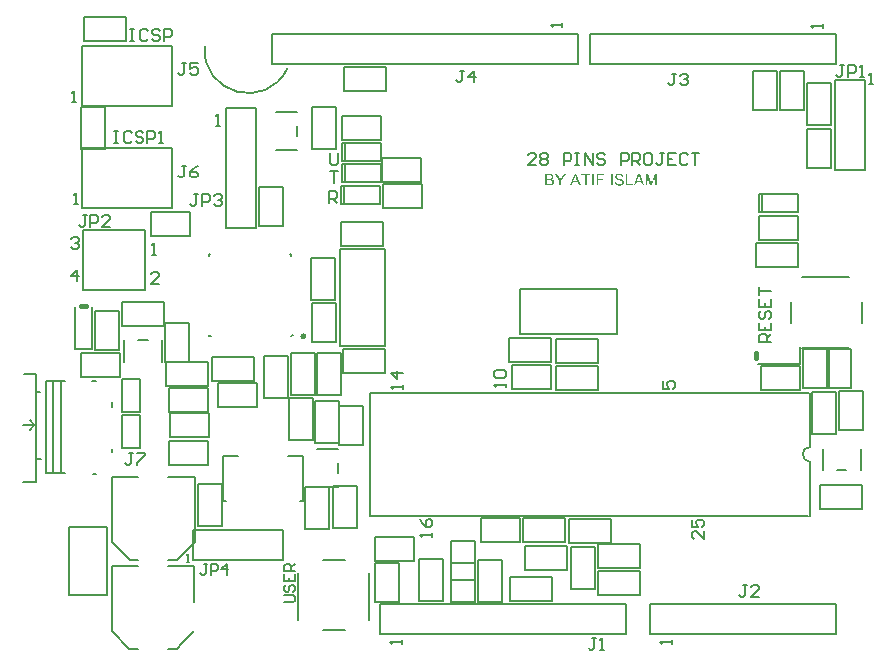
<source format=gto>
G04*
G04 #@! TF.GenerationSoftware,Altium Limited,Altium Designer,22.1.2 (22)*
G04*
G04 Layer_Color=65535*
%FSLAX44Y44*%
%MOMM*%
G71*
G04*
G04 #@! TF.SameCoordinates,1F279A6F-825B-41A2-8EC7-F4161A23EE25*
G04*
G04*
G04 #@! TF.FilePolarity,Positive*
G04*
G01*
G75*
%ADD10C,0.2000*%
%ADD11C,0.5000*%
%ADD12C,0.4000*%
G36*
X466845Y402660D02*
X466944D01*
X467212Y402632D01*
X467508Y402590D01*
X467818Y402519D01*
X468156Y402435D01*
X468466Y402322D01*
X468480D01*
X468509Y402308D01*
X468551Y402280D01*
X468607Y402251D01*
X468748Y402181D01*
X468932Y402054D01*
X469143Y401913D01*
X469354Y401730D01*
X469552Y401518D01*
X469735Y401279D01*
Y401265D01*
X469749Y401250D01*
X469777Y401208D01*
X469805Y401166D01*
X469876Y401025D01*
X469961Y400842D01*
X470059Y400616D01*
X470130Y400348D01*
X470200Y400066D01*
X470228Y399756D01*
X468988Y399658D01*
Y399672D01*
Y399700D01*
X468974Y399742D01*
X468960Y399813D01*
X468917Y399968D01*
X468861Y400179D01*
X468776Y400405D01*
X468649Y400630D01*
X468494Y400842D01*
X468297Y401039D01*
X468269Y401053D01*
X468198Y401110D01*
X468058Y401194D01*
X467874Y401279D01*
X467635Y401363D01*
X467353Y401448D01*
X467000Y401504D01*
X466605Y401518D01*
X466408D01*
X466324Y401504D01*
X466211Y401490D01*
X465957Y401462D01*
X465675Y401405D01*
X465393Y401335D01*
X465125Y401222D01*
X465013Y401152D01*
X464900Y401081D01*
X464871Y401067D01*
X464815Y401011D01*
X464731Y400912D01*
X464646Y400799D01*
X464547Y400644D01*
X464463Y400475D01*
X464406Y400278D01*
X464378Y400052D01*
Y400024D01*
Y399968D01*
X464392Y399869D01*
X464420Y399756D01*
X464463Y399615D01*
X464533Y399474D01*
X464618Y399333D01*
X464745Y399192D01*
X464759Y399178D01*
X464829Y399136D01*
X464886Y399094D01*
X464942Y399065D01*
X465027Y399023D01*
X465125Y398967D01*
X465252Y398924D01*
X465393Y398868D01*
X465548Y398812D01*
X465732Y398741D01*
X465929Y398685D01*
X466154Y398614D01*
X466408Y398558D01*
X466690Y398488D01*
X466704D01*
X466760Y398473D01*
X466845Y398459D01*
X466944Y398431D01*
X467071Y398403D01*
X467226Y398361D01*
X467381Y398318D01*
X467550Y398276D01*
X467916Y398177D01*
X468269Y398079D01*
X468438Y398022D01*
X468593Y397966D01*
X468734Y397924D01*
X468847Y397867D01*
X468861D01*
X468889Y397853D01*
X468932Y397825D01*
X468988Y397797D01*
X469143Y397712D01*
X469326Y397599D01*
X469538Y397444D01*
X469749Y397275D01*
X469947Y397078D01*
X470116Y396866D01*
X470130Y396838D01*
X470186Y396768D01*
X470243Y396641D01*
X470327Y396472D01*
X470398Y396274D01*
X470468Y396035D01*
X470510Y395767D01*
X470524Y395485D01*
Y395471D01*
Y395457D01*
Y395414D01*
Y395358D01*
X470496Y395203D01*
X470468Y395005D01*
X470412Y394780D01*
X470341Y394540D01*
X470228Y394287D01*
X470073Y394019D01*
Y394005D01*
X470059Y393991D01*
X469989Y393906D01*
X469890Y393779D01*
X469749Y393638D01*
X469566Y393469D01*
X469340Y393286D01*
X469086Y393116D01*
X468791Y392961D01*
X468776D01*
X468748Y392947D01*
X468706Y392933D01*
X468649Y392905D01*
X468565Y392877D01*
X468466Y392835D01*
X468241Y392778D01*
X467973Y392708D01*
X467649Y392637D01*
X467296Y392595D01*
X466916Y392581D01*
X466690D01*
X466577Y392595D01*
X466450D01*
X466309Y392609D01*
X466140Y392623D01*
X465788Y392679D01*
X465421Y392736D01*
X465055Y392835D01*
X464702Y392961D01*
X464688D01*
X464660Y392976D01*
X464618Y393004D01*
X464561Y393032D01*
X464392Y393116D01*
X464195Y393243D01*
X463969Y393413D01*
X463730Y393610D01*
X463504Y393850D01*
X463293Y394117D01*
Y394132D01*
X463265Y394160D01*
X463250Y394202D01*
X463208Y394258D01*
X463180Y394329D01*
X463138Y394413D01*
X463039Y394625D01*
X462940Y394893D01*
X462856Y395189D01*
X462799Y395527D01*
X462771Y395880D01*
X463983Y395992D01*
Y395978D01*
Y395964D01*
X463997Y395922D01*
Y395865D01*
X464026Y395739D01*
X464068Y395555D01*
X464124Y395372D01*
X464181Y395161D01*
X464280Y394963D01*
X464378Y394780D01*
X464392Y394766D01*
X464435Y394710D01*
X464505Y394611D01*
X464618Y394512D01*
X464759Y394385D01*
X464914Y394258D01*
X465125Y394132D01*
X465351Y394019D01*
X465365D01*
X465379Y394005D01*
X465421Y393991D01*
X465464Y393976D01*
X465605Y393934D01*
X465788Y393878D01*
X466013Y393821D01*
X466267Y393779D01*
X466549Y393751D01*
X466859Y393737D01*
X466986D01*
X467127Y393751D01*
X467296Y393765D01*
X467494Y393793D01*
X467719Y393821D01*
X467945Y393878D01*
X468156Y393948D01*
X468184Y393962D01*
X468255Y393991D01*
X468354Y394047D01*
X468480Y394103D01*
X468607Y394202D01*
X468748Y394301D01*
X468889Y394413D01*
X469002Y394554D01*
X469016Y394568D01*
X469044Y394625D01*
X469086Y394695D01*
X469143Y394808D01*
X469199Y394921D01*
X469242Y395062D01*
X469270Y395217D01*
X469284Y395386D01*
Y395400D01*
Y395471D01*
X469270Y395555D01*
X469256Y395668D01*
X469213Y395781D01*
X469171Y395922D01*
X469101Y396063D01*
X469002Y396190D01*
X468988Y396204D01*
X468946Y396246D01*
X468889Y396302D01*
X468791Y396387D01*
X468678Y396472D01*
X468523Y396570D01*
X468339Y396669D01*
X468128Y396754D01*
X468114Y396768D01*
X468043Y396782D01*
X467931Y396824D01*
X467860Y396838D01*
X467761Y396866D01*
X467663Y396909D01*
X467536Y396937D01*
X467395Y396979D01*
X467226Y397021D01*
X467057Y397064D01*
X466859Y397120D01*
X466634Y397176D01*
X466394Y397233D01*
X466380D01*
X466338Y397247D01*
X466267Y397261D01*
X466183Y397289D01*
X466070Y397317D01*
X465943Y397346D01*
X465661Y397430D01*
X465351Y397529D01*
X465027Y397628D01*
X464745Y397726D01*
X464618Y397783D01*
X464505Y397839D01*
X464491D01*
X464477Y397853D01*
X464392Y397910D01*
X464265Y397980D01*
X464124Y398093D01*
X463955Y398220D01*
X463786Y398375D01*
X463617Y398558D01*
X463476Y398755D01*
X463462Y398783D01*
X463419Y398854D01*
X463363Y398967D01*
X463307Y399108D01*
X463250Y399291D01*
X463194Y399502D01*
X463152Y399728D01*
X463138Y399968D01*
Y399982D01*
Y399996D01*
Y400038D01*
Y400094D01*
X463166Y400235D01*
X463194Y400419D01*
X463236Y400630D01*
X463307Y400870D01*
X463405Y401110D01*
X463546Y401349D01*
Y401363D01*
X463560Y401377D01*
X463631Y401462D01*
X463730Y401575D01*
X463857Y401716D01*
X464026Y401871D01*
X464237Y402040D01*
X464491Y402195D01*
X464773Y402336D01*
X464787D01*
X464815Y402350D01*
X464857Y402364D01*
X464914Y402392D01*
X464984Y402421D01*
X465083Y402449D01*
X465294Y402505D01*
X465562Y402561D01*
X465872Y402618D01*
X466197Y402660D01*
X466563Y402674D01*
X466746D01*
X466845Y402660D01*
D02*
G37*
G36*
X417224Y396880D02*
Y392750D01*
X415927D01*
Y396880D01*
X412163Y402505D01*
X413728D01*
X415645Y399545D01*
Y399531D01*
X415673Y399502D01*
X415701Y399460D01*
X415729Y399404D01*
X415786Y399333D01*
X415842Y399249D01*
X415969Y399037D01*
X416124Y398783D01*
X416293Y398502D01*
X416477Y398205D01*
X416646Y397895D01*
Y397910D01*
X416660Y397938D01*
X416688Y397980D01*
X416730Y398036D01*
X416773Y398107D01*
X416829Y398191D01*
X416956Y398403D01*
X417111Y398657D01*
X417294Y398953D01*
X417506Y399277D01*
X417731Y399629D01*
X419606Y402505D01*
X421114D01*
X417224Y396880D01*
D02*
G37*
G36*
X498239Y392750D02*
X496999D01*
Y400912D01*
X494151Y392750D01*
X492995D01*
X490176Y401053D01*
Y392750D01*
X488935D01*
Y402505D01*
X490866D01*
X493178Y395583D01*
Y395569D01*
X493192Y395541D01*
X493206Y395499D01*
X493235Y395428D01*
X493291Y395259D01*
X493362Y395048D01*
X493432Y394808D01*
X493517Y394568D01*
X493587Y394343D01*
X493643Y394146D01*
X493658Y394174D01*
X493672Y394244D01*
X493714Y394371D01*
X493770Y394540D01*
X493841Y394766D01*
X493940Y395034D01*
X494038Y395344D01*
X494165Y395710D01*
X496505Y402505D01*
X498239D01*
Y392750D01*
D02*
G37*
G36*
X487934D02*
X486468D01*
X485326Y395710D01*
X481238D01*
X480181Y392750D01*
X478814D01*
X482535Y402505D01*
X483945D01*
X487934Y392750D01*
D02*
G37*
G36*
X473541Y393906D02*
X478348D01*
Y392750D01*
X472244D01*
Y402505D01*
X473541D01*
Y393906D01*
D02*
G37*
G36*
X460924Y392750D02*
X459627D01*
Y402505D01*
X460924D01*
Y392750D01*
D02*
G37*
G36*
X453946Y401349D02*
X448646D01*
Y398332D01*
X453227D01*
Y397176D01*
X448646D01*
Y392750D01*
X447349D01*
Y402505D01*
X453946D01*
Y401349D01*
D02*
G37*
G36*
X445009Y392750D02*
X443712D01*
Y402505D01*
X445009D01*
Y392750D01*
D02*
G37*
G36*
X442161Y401349D02*
X438947D01*
Y392750D01*
X437650D01*
Y401349D01*
X434436D01*
Y402505D01*
X442161D01*
Y401349D01*
D02*
G37*
G36*
X434126Y392750D02*
X432660D01*
X431518Y395710D01*
X427430D01*
X426373Y392750D01*
X425005D01*
X428727Y402505D01*
X430136D01*
X434126Y392750D01*
D02*
G37*
G36*
X407976Y402491D02*
X408089D01*
X408343Y402463D01*
X408624Y402435D01*
X408921Y402378D01*
X409217Y402308D01*
X409484Y402209D01*
X409498D01*
X409513Y402195D01*
X409597Y402153D01*
X409724Y402082D01*
X409865Y401983D01*
X410034Y401857D01*
X410218Y401702D01*
X410387Y401504D01*
X410542Y401293D01*
X410556Y401265D01*
X410598Y401180D01*
X410669Y401067D01*
X410739Y400898D01*
X410810Y400701D01*
X410880Y400489D01*
X410922Y400250D01*
X410936Y400010D01*
Y399982D01*
Y399911D01*
X410922Y399784D01*
X410894Y399629D01*
X410852Y399446D01*
X410781Y399249D01*
X410697Y399051D01*
X410584Y398840D01*
X410570Y398812D01*
X410528Y398755D01*
X410443Y398643D01*
X410330Y398530D01*
X410189Y398389D01*
X410020Y398234D01*
X409809Y398093D01*
X409569Y397952D01*
X409583D01*
X409611Y397938D01*
X409654Y397924D01*
X409710Y397895D01*
X409879Y397839D01*
X410076Y397740D01*
X410288Y397613D01*
X410528Y397458D01*
X410739Y397275D01*
X410936Y397050D01*
X410951Y397021D01*
X411007Y396937D01*
X411091Y396810D01*
X411176Y396641D01*
X411261Y396415D01*
X411345Y396176D01*
X411402Y395894D01*
X411416Y395583D01*
Y395569D01*
Y395555D01*
Y395471D01*
X411402Y395330D01*
X411373Y395161D01*
X411345Y394963D01*
X411289Y394752D01*
X411218Y394526D01*
X411120Y394301D01*
X411106Y394272D01*
X411063Y394202D01*
X411007Y394103D01*
X410922Y393962D01*
X410810Y393821D01*
X410697Y393666D01*
X410556Y393511D01*
X410401Y393384D01*
X410387Y393370D01*
X410330Y393328D01*
X410232Y393272D01*
X410105Y393215D01*
X409950Y393131D01*
X409766Y393046D01*
X409569Y392976D01*
X409329Y392905D01*
X409301D01*
X409217Y392877D01*
X409076Y392863D01*
X408892Y392835D01*
X408667Y392806D01*
X408399Y392778D01*
X408103Y392764D01*
X407765Y392750D01*
X404043D01*
Y402505D01*
X407877D01*
X407976Y402491D01*
D02*
G37*
%LPC*%
G36*
X483212Y401490D02*
Y401476D01*
X483198Y401448D01*
Y401391D01*
X483169Y401335D01*
X483155Y401236D01*
X483127Y401138D01*
X483071Y400898D01*
X483000Y400616D01*
X482902Y400306D01*
X482803Y399968D01*
X482676Y399615D01*
X481619Y396768D01*
X484917D01*
X483903Y399446D01*
Y399460D01*
X483888Y399502D01*
X483860Y399573D01*
X483832Y399658D01*
X483790Y399756D01*
X483747Y399883D01*
X483705Y400024D01*
X483649Y400165D01*
X483536Y400489D01*
X483423Y400828D01*
X483310Y401166D01*
X483212Y401490D01*
D02*
G37*
G36*
X429403D02*
Y401476D01*
X429389Y401448D01*
Y401391D01*
X429361Y401335D01*
X429347Y401236D01*
X429319Y401138D01*
X429263Y400898D01*
X429192Y400616D01*
X429093Y400306D01*
X428995Y399968D01*
X428868Y399615D01*
X427811Y396768D01*
X431109D01*
X430094Y399446D01*
Y399460D01*
X430080Y399502D01*
X430052Y399573D01*
X430024Y399658D01*
X429981Y399756D01*
X429939Y399883D01*
X429897Y400024D01*
X429841Y400165D01*
X429728Y400489D01*
X429615Y400828D01*
X429502Y401166D01*
X429403Y401490D01*
D02*
G37*
G36*
X407652Y401349D02*
X405340D01*
Y398417D01*
X407736D01*
X407920Y398431D01*
X408117Y398445D01*
X408314Y398459D01*
X408512Y398488D01*
X408667Y398516D01*
X408695Y398530D01*
X408751Y398544D01*
X408836Y398586D01*
X408949Y398643D01*
X409062Y398699D01*
X409188Y398783D01*
X409315Y398896D01*
X409414Y399009D01*
X409428Y399023D01*
X409456Y399065D01*
X409498Y399150D01*
X409541Y399249D01*
X409583Y399361D01*
X409625Y399502D01*
X409654Y399672D01*
X409668Y399855D01*
Y399883D01*
Y399939D01*
X409654Y400024D01*
X409640Y400137D01*
X409611Y400278D01*
X409569Y400419D01*
X409513Y400560D01*
X409428Y400701D01*
X409414Y400715D01*
X409386Y400757D01*
X409329Y400828D01*
X409259Y400898D01*
X409160Y400983D01*
X409047Y401067D01*
X408906Y401152D01*
X408751Y401208D01*
X408737D01*
X408667Y401236D01*
X408568Y401250D01*
X408413Y401279D01*
X408202Y401307D01*
X407962Y401321D01*
X407652Y401349D01*
D02*
G37*
G36*
X407906Y397261D02*
X405340D01*
Y393906D01*
X408117D01*
X408413Y393920D01*
X408540Y393934D01*
X408653Y393948D01*
X408667D01*
X408723Y393962D01*
X408808Y393976D01*
X408906Y394005D01*
X409146Y394089D01*
X409386Y394202D01*
X409400Y394216D01*
X409442Y394244D01*
X409498Y394287D01*
X409569Y394343D01*
X409640Y394427D01*
X409738Y394512D01*
X409809Y394625D01*
X409893Y394752D01*
X409907Y394766D01*
X409921Y394808D01*
X409950Y394893D01*
X409992Y394991D01*
X410034Y395104D01*
X410062Y395245D01*
X410076Y395414D01*
X410091Y395583D01*
Y395612D01*
Y395668D01*
X410076Y395781D01*
X410048Y395908D01*
X410020Y396049D01*
X409964Y396204D01*
X409893Y396359D01*
X409795Y396514D01*
X409781Y396528D01*
X409738Y396584D01*
X409682Y396655D01*
X409597Y396739D01*
X409484Y396838D01*
X409343Y396937D01*
X409188Y397021D01*
X409005Y397092D01*
X408977Y397106D01*
X408921Y397120D01*
X408794Y397148D01*
X408639Y397176D01*
X408441Y397205D01*
X408202Y397233D01*
X407906Y397261D01*
D02*
G37*
%LPD*%
D10*
X628300Y171450D02*
G03*
X628300Y158750I0J-6350D01*
G01*
X115478Y510402D02*
G03*
X185514Y491494I36922J-2402D01*
G01*
X106750Y40000D02*
Y70500D01*
X84250D02*
X106750D01*
X104250Y13000D02*
X106750Y15500D01*
X36750Y15500D02*
Y35500D01*
Y15500D02*
Y68000D01*
Y70500D01*
X59250D01*
X84250Y500D02*
X91750D01*
X96750Y5500D01*
X104250Y13000D01*
X54250Y500D02*
X59250D01*
X51750D02*
X54250D01*
X36750Y15500D02*
X51750Y500D01*
X619808Y242000D02*
Y255750D01*
X583808Y242000D02*
X619808D01*
X612000Y276500D02*
Y294500D01*
X621000Y255500D02*
X661000D01*
X621000Y315500D02*
X661000D01*
X672000Y276500D02*
Y294500D01*
X659080Y254010D02*
X660350D01*
X662890D01*
X643840D02*
X648920D01*
X161840Y358490D02*
X182160D01*
X161840D02*
Y391510D01*
X182160D01*
Y358490D02*
Y391510D01*
X265740Y395840D02*
X298760D01*
Y416160D01*
X265740D02*
X298760D01*
X265740Y395840D02*
Y416160D01*
X266490Y374090D02*
Y394410D01*
X299510D01*
Y374090D02*
Y394410D01*
X266490Y374090D02*
X299510D01*
X81840Y243490D02*
Y276510D01*
Y243490D02*
X102160D01*
Y276510D01*
X81840D02*
X102160D01*
X103510Y349840D02*
Y370160D01*
X70490Y349840D02*
X103510D01*
X70490D02*
Y370160D01*
X103510D01*
X85490Y201340D02*
X118510D01*
Y221660D01*
X85490D02*
X118510D01*
X85490Y201340D02*
Y221660D01*
X85990Y179590D02*
Y199910D01*
X119010D01*
Y179590D02*
Y199910D01*
X85990Y179590D02*
X119010D01*
X85490Y156340D02*
X118510D01*
Y176660D01*
X85490D02*
X118510D01*
X85490Y156340D02*
Y176660D01*
X206840Y260490D02*
X227160D01*
X206840D02*
Y293510D01*
X227160D01*
Y260490D02*
Y293510D01*
X623160Y456990D02*
Y490010D01*
X602840D02*
X623160D01*
X602840Y456990D02*
Y490010D01*
Y456990D02*
X623160D01*
X579840D02*
X600160D01*
X579840D02*
Y490010D01*
X600160D01*
Y456990D02*
Y490010D01*
X646160Y407490D02*
Y440510D01*
X625840D02*
X646160D01*
X625840Y407490D02*
Y440510D01*
Y407490D02*
X646160D01*
X382510Y90840D02*
Y111160D01*
X349490Y90840D02*
X382510D01*
X349490D02*
Y111160D01*
X382510D01*
X586990Y240160D02*
X620010D01*
X586990Y219840D02*
Y240160D01*
Y219840D02*
X620010D01*
Y240160D01*
X264510Y431090D02*
Y451410D01*
X231490Y431090D02*
X264510D01*
X231490D02*
Y451410D01*
X264510D01*
X375490Y241160D02*
X408510D01*
X375490Y220840D02*
Y241160D01*
Y220840D02*
X408510D01*
Y241160D01*
X617880Y346964D02*
Y367284D01*
X584860Y346964D02*
X617880D01*
X584860D02*
Y367284D01*
X617880D01*
X673160Y185990D02*
Y219010D01*
X652840D02*
X673160D01*
X652840Y185990D02*
Y219010D01*
Y185990D02*
X673160D01*
X22840Y286510D02*
X43160D01*
Y253490D02*
Y286510D01*
X22840Y253490D02*
X43160D01*
X22840D02*
Y286510D01*
X662890Y220990D02*
Y254010D01*
X648920D02*
X659080D01*
X643840Y220990D02*
Y254010D01*
Y220990D02*
X662890D01*
X259840Y39990D02*
X280160D01*
X259840D02*
Y73010D01*
X280160D01*
Y39990D02*
Y73010D01*
X249660Y172990D02*
Y206010D01*
X229340D02*
X249660D01*
X229340Y172990D02*
Y206010D01*
Y172990D02*
X249660D01*
X10490Y230840D02*
Y251160D01*
X43510D01*
Y230840D02*
Y251160D01*
X10490Y230840D02*
X43510D01*
X259490Y95160D02*
X292510D01*
X259490Y74840D02*
Y95160D01*
Y74840D02*
X292510D01*
Y95160D01*
X126490Y204840D02*
Y225160D01*
X159510D01*
Y204840D02*
Y225160D01*
X126490Y204840D02*
X159510D01*
X323840Y58990D02*
Y92010D01*
Y58990D02*
X344160D01*
Y92010D01*
X323840D02*
X344160D01*
X323840Y73010D02*
X344160D01*
Y39990D02*
Y73010D01*
X323840Y39990D02*
X344160D01*
X323840D02*
Y73010D01*
X621840Y220990D02*
Y254010D01*
Y220990D02*
X642160D01*
Y254010D01*
X621840D02*
X642160D01*
X20000Y254000D02*
Y290000D01*
X6000Y254000D02*
X20000D01*
X6000D02*
Y290000D01*
X216000Y16000D02*
X234000D01*
X255000Y25000D02*
Y65000D01*
X195000Y25000D02*
Y65000D01*
X216000Y76000D02*
X234000D01*
X105600Y75300D02*
Y88000D01*
Y100700D01*
X181800Y75300D02*
Y81650D01*
Y94350D02*
Y100700D01*
Y81650D02*
Y94350D01*
X105600Y100700D02*
X181800D01*
X105600Y75300D02*
X181800D01*
X133300Y357100D02*
X139650D01*
X152350D02*
X158700D01*
X139650D02*
X152350D01*
X143460Y458700D02*
X158700D01*
Y357100D02*
Y458700D01*
X133300Y357100D02*
Y458700D01*
X143460D01*
X12700Y303900D02*
X64770D01*
X12700Y354700D02*
X64770D01*
Y322950D02*
Y335650D01*
X12700Y316600D02*
Y342000D01*
X64770D02*
Y354700D01*
Y303900D02*
Y316600D01*
Y335650D02*
Y342000D01*
Y316600D02*
Y322950D01*
X12700Y342000D02*
Y354700D01*
Y303900D02*
Y316600D01*
X649300Y405500D02*
Y481700D01*
X674700Y405500D02*
Y481700D01*
X655650Y405500D02*
X668350D01*
X674700D01*
X649300D02*
X655650D01*
X662000Y481700D02*
X674700D01*
X649300D02*
X662000D01*
X-27630Y142000D02*
Y233000D01*
X-37630D02*
X-27630D01*
X-38630Y142000D02*
X-27630D01*
X-32630Y186000D02*
X-28630Y190000D01*
X-32630Y194000D02*
X-28630Y190000D01*
X-38630D02*
X-28630D01*
X-27630Y161000D02*
X-22630D01*
X-27630Y218000D02*
X-23630D01*
X-5880Y149000D02*
Y221000D01*
Y226750D01*
X37370Y167000D02*
Y170000D01*
Y205000D02*
Y209000D01*
X20370Y227000D02*
X23370D01*
X21000Y148750D02*
X24000D01*
X-18630Y227000D02*
X-2630D01*
X-18630Y149000D02*
Y227000D01*
Y149000D02*
X-2630D01*
X-12630Y224000D02*
Y226000D01*
Y149000D02*
Y226000D01*
X87630Y373380D02*
Y424180D01*
X11430D02*
X87630D01*
X11430Y373380D02*
X87630D01*
X11430D02*
Y424180D01*
X10840Y458780D02*
X31160D01*
Y423220D02*
Y458780D01*
X10840Y423220D02*
Y458780D01*
Y423220D02*
X31160D01*
X87630Y459740D02*
Y510540D01*
X11430D02*
X87630D01*
X11430Y459740D02*
X87630D01*
X11430D02*
Y510540D01*
X431800Y508000D02*
Y520700D01*
X172720D02*
X431800D01*
X172720Y495300D02*
Y520700D01*
Y495300D02*
X431800D01*
Y508000D01*
X650240D02*
Y520700D01*
X441960D02*
X650240D01*
X441960Y495300D02*
X650240D01*
Y508000D01*
X441960Y514350D02*
Y520700D01*
Y495300D02*
Y501650D01*
Y514350D01*
X264160Y12700D02*
Y25400D01*
Y12700D02*
X472440D01*
X264160Y38100D02*
X472440D01*
X264160Y25400D02*
Y38100D01*
X472440Y12700D02*
Y19050D01*
Y31750D02*
Y38100D01*
Y19050D02*
Y31750D01*
X650240Y12700D02*
Y19050D01*
Y31750D02*
Y38100D01*
Y19050D02*
Y31750D01*
X492760Y12700D02*
Y25400D01*
Y12700D02*
X650240D01*
X492760Y38100D02*
X650240D01*
X492760Y25400D02*
Y38100D01*
X671000Y152000D02*
Y170000D01*
X639000Y152000D02*
Y170000D01*
X651000Y152000D02*
X659000D01*
X210500Y169500D02*
X228500D01*
X210500Y137500D02*
X228500D01*
Y149500D02*
Y157500D01*
X465000Y267000D02*
Y305000D01*
X383000Y267000D02*
X465000D01*
X383000Y305000D02*
X465000D01*
X383000Y267000D02*
Y305000D01*
X230000Y257000D02*
X268000D01*
X230000D02*
Y339000D01*
X268000Y257000D02*
Y339000D01*
X230000D02*
X268000D01*
X60620Y201030D02*
Y228970D01*
X45380Y201030D02*
X60620D01*
X45380D02*
Y228970D01*
X60620D01*
X45380Y170530D02*
Y198470D01*
X60620D01*
Y170530D02*
Y198470D01*
X45380Y170530D02*
X60620D01*
X255500Y217100D02*
X627500Y217100D01*
X255500Y113100D02*
Y217100D01*
Y113100D02*
X626500Y113100D01*
X628300Y171450D02*
Y217100D01*
Y113100D02*
Y158750D01*
X189000Y265000D02*
X190000Y266000D01*
X119000Y265000D02*
X121000D01*
X119000D02*
Y266000D01*
Y333000D02*
Y335000D01*
X120000D01*
X189000Y333000D02*
Y335000D01*
X188000D02*
X189000D01*
X131000Y126000D02*
Y164000D01*
X144000D01*
X186000D02*
X199000D01*
Y126000D02*
Y164000D01*
X196000Y126000D02*
X199000D01*
X131000D02*
X134000D01*
X176000Y455000D02*
X194000D01*
X176000Y423000D02*
X194000D01*
Y435000D02*
Y443000D01*
X47500Y243500D02*
Y261500D01*
X79500Y243500D02*
Y261500D01*
X59500D02*
X67500D01*
X232220Y395380D02*
X234760D01*
X232220Y410620D02*
X234760D01*
X232220Y395380D02*
Y410620D01*
X265240Y395380D02*
Y410620D01*
X234760D02*
X265240D01*
X234760Y395380D02*
Y410620D01*
Y395380D02*
X265240D01*
X231220Y377380D02*
X233760D01*
X231220Y392620D02*
X233760D01*
X231220Y377380D02*
Y392620D01*
X264240Y377380D02*
Y392620D01*
X233760D02*
X264240D01*
X233760Y377380D02*
Y392620D01*
Y377380D02*
X264240D01*
X186840Y177220D02*
X207160D01*
X186840D02*
Y212780D01*
X207160Y177220D02*
Y212780D01*
X186840D02*
X207160D01*
X484280Y45840D02*
Y66160D01*
X448720Y45840D02*
X484280D01*
X448720Y66160D02*
X484280D01*
X448720Y45840D02*
Y66160D01*
X425840Y86280D02*
X446160D01*
Y50720D02*
Y86280D01*
X425840Y50720D02*
Y86280D01*
Y50720D02*
X446160D01*
X1000Y46000D02*
Y104000D01*
X33000D01*
Y46000D02*
Y104000D01*
X1000Y46000D02*
X33000D01*
X188340Y250780D02*
X208660D01*
Y215220D02*
Y250780D01*
X188340Y215220D02*
Y250780D01*
Y215220D02*
X208660D01*
X205840Y331280D02*
X226160D01*
Y295720D02*
Y331280D01*
X205840Y295720D02*
Y331280D01*
Y295720D02*
X226160D01*
X166090Y212720D02*
X186410D01*
X166090D02*
Y248280D01*
X186410Y212720D02*
Y248280D01*
X166090D02*
X186410D01*
X121720Y227090D02*
Y247410D01*
X157280D01*
X121720Y227090D02*
X157280D01*
Y247410D01*
X231220Y341840D02*
Y362160D01*
X266780D01*
X231220Y341840D02*
X266780D01*
Y362160D01*
X232720Y233840D02*
Y254160D01*
X268280D01*
X232720Y233840D02*
X268280D01*
Y254160D01*
X625840Y444220D02*
X646160D01*
X625840D02*
Y479780D01*
X646160Y444220D02*
Y479780D01*
X625840D02*
X646160D01*
X109840Y104220D02*
X130160D01*
X109840D02*
Y139780D01*
X130160Y104220D02*
Y139780D01*
X109840D02*
X130160D01*
X200840Y102220D02*
X221160D01*
X200840D02*
Y137780D01*
X221160Y102220D02*
Y137780D01*
X200840D02*
X221160D01*
X374220Y40840D02*
Y61160D01*
X409780D01*
X374220Y40840D02*
X409780D01*
Y61160D01*
X296840Y41220D02*
X317160D01*
X296840D02*
Y76780D01*
X317160Y41220D02*
Y76780D01*
X296840D02*
X317160D01*
X346840Y40220D02*
X367160D01*
X346840D02*
Y75780D01*
X367160Y40220D02*
Y75780D01*
X346840D02*
X367160D01*
X48780Y514840D02*
Y535160D01*
X13220Y514840D02*
X48780D01*
X13220Y535160D02*
X48780D01*
X13220Y514840D02*
Y535160D01*
X483780Y68840D02*
Y89160D01*
X448220Y68840D02*
X483780D01*
X448220Y89160D02*
X483780D01*
X448220Y68840D02*
Y89160D01*
X448280Y219840D02*
Y240160D01*
X412720Y219840D02*
X448280D01*
X412720Y240160D02*
X448280D01*
X412720Y219840D02*
Y240160D01*
X268780Y472840D02*
Y493160D01*
X233220Y472840D02*
X268780D01*
X233220Y493160D02*
X268780D01*
X233220Y472840D02*
Y493160D01*
X422280Y66840D02*
Y87160D01*
X386720Y66840D02*
X422280D01*
X386720Y87160D02*
X422280D01*
X386720Y66840D02*
Y87160D01*
X384720Y90840D02*
Y111160D01*
X420280D01*
X384720Y90840D02*
X420280D01*
Y111160D01*
X423720Y89840D02*
Y110160D01*
X459280D01*
X423720Y89840D02*
X459280D01*
Y110160D01*
X408530Y243590D02*
Y263910D01*
X372970Y243590D02*
X408530D01*
X372970Y263910D02*
X408530D01*
X372970Y243590D02*
Y263910D01*
X206840Y423470D02*
X227160D01*
X206840D02*
Y459030D01*
X227160Y423470D02*
Y459030D01*
X206840D02*
X227160D01*
X413220Y242840D02*
Y263160D01*
X448780D01*
X413220Y242840D02*
X448780D01*
Y263160D01*
X636220Y118840D02*
Y139160D01*
X671780D01*
X636220Y118840D02*
X671780D01*
Y139160D01*
X208590Y174720D02*
X228910D01*
X208590D02*
Y210280D01*
X228910Y174720D02*
Y210280D01*
X208590D02*
X228910D01*
X45220Y273840D02*
Y294160D01*
X80780D01*
X45220Y273840D02*
X80780D01*
Y294160D01*
X83220Y222840D02*
Y243160D01*
X118780D01*
X83220Y222840D02*
X118780D01*
Y243160D01*
X629840Y218280D02*
X650160D01*
Y182720D02*
Y218280D01*
X629840Y182720D02*
Y218280D01*
Y182720D02*
X650160D01*
X223840Y102720D02*
X244160D01*
X223840D02*
Y138280D01*
X244160Y102720D02*
Y138280D01*
X223840D02*
X244160D01*
X582676Y323850D02*
Y344170D01*
X618236D01*
X582676Y323850D02*
X618236D01*
Y344170D01*
X587376Y370586D02*
X617856D01*
X587376D02*
Y385826D01*
X617856D01*
Y370586D02*
Y385826D01*
X584836Y370586D02*
Y385826D01*
X587376D01*
X584836Y370586D02*
X587376D01*
X232220Y413380D02*
X234760D01*
X232220Y428620D02*
X234760D01*
X232220Y413380D02*
Y428620D01*
X265240Y413380D02*
Y428620D01*
X234760D02*
X265240D01*
X234760Y413380D02*
Y428620D01*
Y413380D02*
X265240D01*
X37000Y90500D02*
X52000Y75500D01*
X54500D01*
X59500D01*
X104500Y88000D02*
X107000Y90500D01*
Y145500D01*
X97000Y80500D02*
X104500Y88000D01*
X92000Y75500D02*
X97000Y80500D01*
X84500Y75500D02*
X92000D01*
X84500Y145500D02*
X107000D01*
X37000D02*
X59500D01*
X37000Y143000D02*
Y145500D01*
Y90500D02*
Y143000D01*
Y90500D02*
Y110500D01*
X210590Y251280D02*
X230910D01*
Y215720D02*
Y251280D01*
X210590Y215720D02*
Y251280D01*
Y215720D02*
X230910D01*
X100500Y74250D02*
X102616D01*
X101558D01*
Y80598D01*
X100500Y79540D01*
X396165Y410000D02*
X389500D01*
X396165Y416665D01*
Y418331D01*
X394498Y419997D01*
X391166D01*
X389500Y418331D01*
X399497D02*
X401163Y419997D01*
X404495D01*
X406161Y418331D01*
Y416665D01*
X404495Y414998D01*
X406161Y413332D01*
Y411666D01*
X404495Y410000D01*
X401163D01*
X399497Y411666D01*
Y413332D01*
X401163Y414998D01*
X399497Y416665D01*
Y418331D01*
X401163Y414998D02*
X404495D01*
X419490Y410000D02*
Y419997D01*
X424489D01*
X426155Y418331D01*
Y414998D01*
X424489Y413332D01*
X419490D01*
X429487Y419997D02*
X432819D01*
X431153D01*
Y410000D01*
X429487D01*
X432819D01*
X437818D02*
Y419997D01*
X444482Y410000D01*
Y419997D01*
X454479Y418331D02*
X452813Y419997D01*
X449481D01*
X447814Y418331D01*
Y416665D01*
X449481Y414998D01*
X452813D01*
X454479Y413332D01*
Y411666D01*
X452813Y410000D01*
X449481D01*
X447814Y411666D01*
X467808Y410000D02*
Y419997D01*
X472807D01*
X474473Y418331D01*
Y414998D01*
X472807Y413332D01*
X467808D01*
X477805Y410000D02*
Y419997D01*
X482803D01*
X484469Y418331D01*
Y414998D01*
X482803Y413332D01*
X477805D01*
X481137D02*
X484469Y410000D01*
X492800Y419997D02*
X489468D01*
X487802Y418331D01*
Y411666D01*
X489468Y410000D01*
X492800D01*
X494466Y411666D01*
Y418331D01*
X492800Y419997D01*
X504463D02*
X501131D01*
X502797D01*
Y411666D01*
X501131Y410000D01*
X499465D01*
X497798Y411666D01*
X514460Y419997D02*
X507795D01*
Y410000D01*
X514460D01*
X507795Y414998D02*
X511128D01*
X524456Y418331D02*
X522790Y419997D01*
X519458D01*
X517792Y418331D01*
Y411666D01*
X519458Y410000D01*
X522790D01*
X524456Y411666D01*
X527789Y419997D02*
X534453D01*
X531121D01*
Y410000D01*
X221750Y420247D02*
Y411916D01*
X223416Y410250D01*
X226748D01*
X228414Y411916D01*
Y420247D01*
X221500Y404997D02*
X228165D01*
X224832D01*
Y395000D01*
X220750Y378000D02*
Y387997D01*
X225748D01*
X227414Y386331D01*
Y382998D01*
X225748Y381332D01*
X220750D01*
X224082D02*
X227414Y378000D01*
X538250Y99915D02*
Y93250D01*
X531586Y99915D01*
X529919D01*
X528253Y98248D01*
Y94916D01*
X529919Y93250D01*
X528253Y109911D02*
Y103247D01*
X533252D01*
X531586Y106579D01*
Y108245D01*
X533252Y109911D01*
X536584D01*
X538250Y108245D01*
Y104913D01*
X536584Y103247D01*
X308000Y95000D02*
Y98332D01*
Y96666D01*
X298003D01*
X299669Y95000D01*
X298003Y109995D02*
X299669Y106663D01*
X303002Y103331D01*
X306334D01*
X308000Y104997D01*
Y108329D01*
X306334Y109995D01*
X304668D01*
X303002Y108329D01*
Y103331D01*
X283500Y220500D02*
Y223832D01*
Y222166D01*
X273503D01*
X275169Y220500D01*
X283500Y233829D02*
X273503D01*
X278502Y228831D01*
Y235495D01*
X370500Y221750D02*
Y225082D01*
Y223416D01*
X360503D01*
X362169Y221750D01*
Y230081D02*
X360503Y231747D01*
Y235079D01*
X362169Y236745D01*
X368834D01*
X370500Y235079D01*
Y231747D01*
X368834Y230081D01*
X362169D01*
X503503Y227164D02*
Y220500D01*
X508502D01*
X506836Y223832D01*
Y225498D01*
X508502Y227164D01*
X511834D01*
X513500Y225498D01*
Y222166D01*
X511834Y220500D01*
X7248Y311500D02*
Y321497D01*
X2250Y316498D01*
X8914D01*
X2500Y347331D02*
X4166Y348997D01*
X7498D01*
X9165Y347331D01*
Y345664D01*
X7498Y343998D01*
X5832D01*
X7498D01*
X9165Y342332D01*
Y340666D01*
X7498Y339000D01*
X4166D01*
X2500Y340666D01*
X77165Y309500D02*
X70500D01*
X77165Y316164D01*
Y317831D01*
X75498Y319497D01*
X72166D01*
X70500Y317831D01*
X38750Y438497D02*
X42082D01*
X40416D01*
Y428500D01*
X38750D01*
X42082D01*
X53745Y436831D02*
X52079Y438497D01*
X48747D01*
X47081Y436831D01*
Y430166D01*
X48747Y428500D01*
X52079D01*
X53745Y430166D01*
X63742Y436831D02*
X62076Y438497D01*
X58744D01*
X57077Y436831D01*
Y435164D01*
X58744Y433498D01*
X62076D01*
X63742Y431832D01*
Y430166D01*
X62076Y428500D01*
X58744D01*
X57077Y430166D01*
X67074Y428500D02*
Y438497D01*
X72073D01*
X73739Y436831D01*
Y433498D01*
X72073Y431832D01*
X67074D01*
X77071Y428500D02*
X80403D01*
X78737D01*
Y438497D01*
X77071Y436831D01*
X52750Y525247D02*
X56082D01*
X54416D01*
Y515250D01*
X52750D01*
X56082D01*
X67745Y523581D02*
X66079Y525247D01*
X62747D01*
X61081Y523581D01*
Y516916D01*
X62747Y515250D01*
X66079D01*
X67745Y516916D01*
X77742Y523581D02*
X76076Y525247D01*
X72744D01*
X71077Y523581D01*
Y521914D01*
X72744Y520248D01*
X76076D01*
X77742Y518582D01*
Y516916D01*
X76076Y515250D01*
X72744D01*
X71077Y516916D01*
X81074Y515250D02*
Y525247D01*
X86073D01*
X87739Y523581D01*
Y520248D01*
X86073Y518582D01*
X81074D01*
X182863Y39750D02*
X190269D01*
X191750Y41231D01*
Y44194D01*
X190269Y45675D01*
X182863D01*
X184344Y54562D02*
X182863Y53081D01*
Y50118D01*
X184344Y48637D01*
X185825D01*
X187306Y50118D01*
Y53081D01*
X188788Y54562D01*
X190269D01*
X191750Y53081D01*
Y50118D01*
X190269Y48637D01*
X182863Y63449D02*
Y57524D01*
X191750D01*
Y63449D01*
X187306Y57524D02*
Y60487D01*
X191750Y66411D02*
X182863D01*
Y70855D01*
X184344Y72336D01*
X187306D01*
X188788Y70855D01*
Y66411D01*
Y69374D02*
X191750Y72336D01*
X595000Y260000D02*
X585003D01*
Y264998D01*
X586669Y266665D01*
X590002D01*
X591668Y264998D01*
Y260000D01*
Y263332D02*
X595000Y266665D01*
X585003Y276661D02*
Y269997D01*
X595000D01*
Y276661D01*
X590002Y269997D02*
Y273329D01*
X586669Y286658D02*
X585003Y284992D01*
Y281660D01*
X586669Y279993D01*
X588335D01*
X590002Y281660D01*
Y284992D01*
X591668Y286658D01*
X593334D01*
X595000Y284992D01*
Y281660D01*
X593334Y279993D01*
X585003Y296655D02*
Y289990D01*
X595000D01*
Y296655D01*
X590002Y289990D02*
Y293323D01*
X585003Y299987D02*
Y306652D01*
Y303319D01*
X595000D01*
X125140Y442920D02*
X128472D01*
X126806D01*
Y452917D01*
X125140Y451251D01*
X71250Y334000D02*
X74582D01*
X72916D01*
Y343997D01*
X71250Y342331D01*
X678148Y478250D02*
X681480D01*
X679814D01*
Y488247D01*
X678148Y486581D01*
X4750Y376750D02*
X8082D01*
X6416D01*
Y386747D01*
X4750Y385081D01*
X3500Y463000D02*
X6832D01*
X5166D01*
Y472997D01*
X3500Y471331D01*
X418500Y527000D02*
Y530332D01*
Y528666D01*
X408503D01*
X410169Y527000D01*
X639000Y526250D02*
Y529582D01*
Y527916D01*
X629003D01*
X630669Y526250D01*
X282480Y4540D02*
Y7872D01*
Y6206D01*
X272483D01*
X274149Y4540D01*
X511080D02*
Y7872D01*
Y6206D01*
X501083D01*
X502749Y4540D01*
X117825Y72194D02*
X114863D01*
X116344D01*
Y64788D01*
X114863Y63306D01*
X113382D01*
X111901Y64788D01*
X120788Y63306D02*
Y72194D01*
X125231D01*
X126712Y70712D01*
Y67750D01*
X125231Y66269D01*
X120788D01*
X134118Y63306D02*
Y72194D01*
X129675Y67750D01*
X135599D01*
X110085Y385248D02*
X106753D01*
X108419D01*
Y376918D01*
X106753Y375252D01*
X105087D01*
X103421Y376918D01*
X113418Y375252D02*
Y385248D01*
X118416D01*
X120082Y383582D01*
Y380250D01*
X118416Y378584D01*
X113418D01*
X123414Y383582D02*
X125081Y385248D01*
X128413D01*
X130079Y383582D01*
Y381916D01*
X128413Y380250D01*
X126747D01*
X128413D01*
X130079Y378584D01*
Y376918D01*
X128413Y375252D01*
X125081D01*
X123414Y376918D01*
X15586Y367998D02*
X12253D01*
X13919D01*
Y359668D01*
X12253Y358002D01*
X10587D01*
X8921Y359668D01*
X18918Y358002D02*
Y367998D01*
X23916D01*
X25582Y366332D01*
Y363000D01*
X23916Y361334D01*
X18918D01*
X35579Y358002D02*
X28914D01*
X35579Y364666D01*
Y366332D01*
X33913Y367998D01*
X30581D01*
X28914Y366332D01*
X656752Y494998D02*
X653419D01*
X655086D01*
Y486668D01*
X653419Y485002D01*
X651753D01*
X650087Y486668D01*
X660084Y485002D02*
Y494998D01*
X665082D01*
X666748Y493332D01*
Y490000D01*
X665082Y488334D01*
X660084D01*
X670081Y485002D02*
X673413D01*
X671747D01*
Y494998D01*
X670081Y493332D01*
X55084Y166248D02*
X51752D01*
X53418D01*
Y157918D01*
X51752Y156252D01*
X50086D01*
X48419Y157918D01*
X58416Y166248D02*
X65081D01*
Y164582D01*
X58416Y157918D01*
Y156252D01*
X99834Y409498D02*
X96502D01*
X98168D01*
Y401168D01*
X96502Y399502D01*
X94836D01*
X93169Y401168D01*
X109831Y409498D02*
X106498Y407832D01*
X103166Y404500D01*
Y401168D01*
X104832Y399502D01*
X108165D01*
X109831Y401168D01*
Y402834D01*
X108165Y404500D01*
X103166D01*
X99584Y496498D02*
X96252D01*
X97918D01*
Y488168D01*
X96252Y486502D01*
X94586D01*
X92919Y488168D01*
X109581Y496498D02*
X102916D01*
Y491500D01*
X106248Y493166D01*
X107914D01*
X109581Y491500D01*
Y488168D01*
X107914Y486502D01*
X104582D01*
X102916Y488168D01*
X335334Y489998D02*
X332002D01*
X333668D01*
Y481668D01*
X332002Y480002D01*
X330336D01*
X328669Y481668D01*
X343665Y480002D02*
Y489998D01*
X338666Y485000D01*
X345331D01*
X514834Y487498D02*
X511502D01*
X513168D01*
Y479168D01*
X511502Y477502D01*
X509836D01*
X508169Y479168D01*
X518166Y485832D02*
X519832Y487498D01*
X523164D01*
X524831Y485832D01*
Y484166D01*
X523164Y482500D01*
X521498D01*
X523164D01*
X524831Y480834D01*
Y479168D01*
X523164Y477502D01*
X519832D01*
X518166Y479168D01*
X575084Y54498D02*
X571752D01*
X573418D01*
Y46168D01*
X571752Y44502D01*
X570085D01*
X568419Y46168D01*
X585081Y44502D02*
X578416D01*
X585081Y51166D01*
Y52832D01*
X583414Y54498D01*
X580082D01*
X578416Y52832D01*
X447250Y9498D02*
X443918D01*
X445584D01*
Y1168D01*
X443918Y-498D01*
X442252D01*
X440586Y1168D01*
X450582Y-498D02*
X453914D01*
X452248D01*
Y9498D01*
X450582Y7832D01*
D11*
X199100Y265000D02*
G03*
X199100Y265000I-100J0D01*
G01*
D12*
X582808Y247000D02*
Y251000D01*
X11000Y291000D02*
X15000D01*
M02*

</source>
